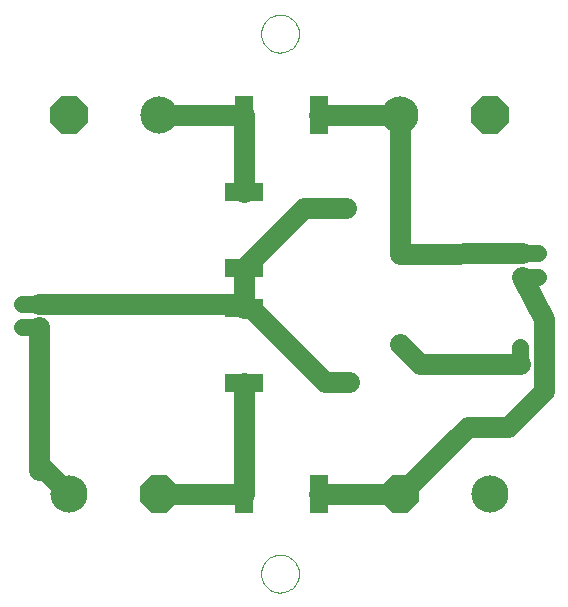
<source format=gtl>
G75*
G70*
%OFA0B0*%
%FSLAX24Y24*%
%IPPOS*%
%LPD*%
%AMOC8*
5,1,8,0,0,1.08239X$1,22.5*
%
%ADD10C,0.0000*%
%ADD11C,0.0555*%
%ADD12OC8,0.0560*%
%ADD13OC8,0.1240*%
%ADD14C,0.1240*%
%ADD15R,0.1260X0.0600*%
%ADD16R,0.0600X0.1260*%
%ADD17C,0.0700*%
%ADD18C,0.0436*%
D10*
X009550Y001180D02*
X009552Y001230D01*
X009558Y001280D01*
X009568Y001329D01*
X009582Y001377D01*
X009599Y001424D01*
X009620Y001469D01*
X009645Y001513D01*
X009673Y001554D01*
X009705Y001593D01*
X009739Y001630D01*
X009776Y001664D01*
X009816Y001694D01*
X009858Y001721D01*
X009902Y001745D01*
X009948Y001766D01*
X009995Y001782D01*
X010043Y001795D01*
X010093Y001804D01*
X010142Y001809D01*
X010193Y001810D01*
X010243Y001807D01*
X010292Y001800D01*
X010341Y001789D01*
X010389Y001774D01*
X010435Y001756D01*
X010480Y001734D01*
X010523Y001708D01*
X010564Y001679D01*
X010603Y001647D01*
X010639Y001612D01*
X010671Y001574D01*
X010701Y001534D01*
X010728Y001491D01*
X010751Y001447D01*
X010770Y001401D01*
X010786Y001353D01*
X010798Y001304D01*
X010806Y001255D01*
X010810Y001205D01*
X010810Y001155D01*
X010806Y001105D01*
X010798Y001056D01*
X010786Y001007D01*
X010770Y000959D01*
X010751Y000913D01*
X010728Y000869D01*
X010701Y000826D01*
X010671Y000786D01*
X010639Y000748D01*
X010603Y000713D01*
X010564Y000681D01*
X010523Y000652D01*
X010480Y000626D01*
X010435Y000604D01*
X010389Y000586D01*
X010341Y000571D01*
X010292Y000560D01*
X010243Y000553D01*
X010193Y000550D01*
X010142Y000551D01*
X010093Y000556D01*
X010043Y000565D01*
X009995Y000578D01*
X009948Y000594D01*
X009902Y000615D01*
X009858Y000639D01*
X009816Y000666D01*
X009776Y000696D01*
X009739Y000730D01*
X009705Y000767D01*
X009673Y000806D01*
X009645Y000847D01*
X009620Y000891D01*
X009599Y000936D01*
X009582Y000983D01*
X009568Y001031D01*
X009558Y001080D01*
X009552Y001130D01*
X009550Y001180D01*
X009550Y019180D02*
X009552Y019230D01*
X009558Y019280D01*
X009568Y019329D01*
X009582Y019377D01*
X009599Y019424D01*
X009620Y019469D01*
X009645Y019513D01*
X009673Y019554D01*
X009705Y019593D01*
X009739Y019630D01*
X009776Y019664D01*
X009816Y019694D01*
X009858Y019721D01*
X009902Y019745D01*
X009948Y019766D01*
X009995Y019782D01*
X010043Y019795D01*
X010093Y019804D01*
X010142Y019809D01*
X010193Y019810D01*
X010243Y019807D01*
X010292Y019800D01*
X010341Y019789D01*
X010389Y019774D01*
X010435Y019756D01*
X010480Y019734D01*
X010523Y019708D01*
X010564Y019679D01*
X010603Y019647D01*
X010639Y019612D01*
X010671Y019574D01*
X010701Y019534D01*
X010728Y019491D01*
X010751Y019447D01*
X010770Y019401D01*
X010786Y019353D01*
X010798Y019304D01*
X010806Y019255D01*
X010810Y019205D01*
X010810Y019155D01*
X010806Y019105D01*
X010798Y019056D01*
X010786Y019007D01*
X010770Y018959D01*
X010751Y018913D01*
X010728Y018869D01*
X010701Y018826D01*
X010671Y018786D01*
X010639Y018748D01*
X010603Y018713D01*
X010564Y018681D01*
X010523Y018652D01*
X010480Y018626D01*
X010435Y018604D01*
X010389Y018586D01*
X010341Y018571D01*
X010292Y018560D01*
X010243Y018553D01*
X010193Y018550D01*
X010142Y018551D01*
X010093Y018556D01*
X010043Y018565D01*
X009995Y018578D01*
X009948Y018594D01*
X009902Y018615D01*
X009858Y018639D01*
X009816Y018666D01*
X009776Y018696D01*
X009739Y018730D01*
X009705Y018767D01*
X009673Y018806D01*
X009645Y018847D01*
X009620Y018891D01*
X009599Y018936D01*
X009582Y018983D01*
X009568Y019031D01*
X009558Y019080D01*
X009552Y019130D01*
X009550Y019180D01*
D11*
X018230Y011867D02*
X018785Y011867D01*
X018785Y011080D02*
X018230Y011080D01*
X018193Y008735D02*
X018193Y008180D01*
X018980Y008180D02*
X018980Y008735D01*
X002130Y009393D02*
X001575Y009393D01*
X001575Y010180D02*
X002130Y010180D01*
D12*
X014190Y008850D03*
X014190Y011850D03*
D13*
X017180Y016480D03*
X014180Y003830D03*
X006130Y003830D03*
X003130Y016480D03*
D14*
X003130Y003830D03*
X006130Y016480D03*
X014180Y016480D03*
X017180Y003830D03*
D15*
X008980Y007520D03*
X008980Y010040D03*
X008980Y011370D03*
X008980Y013890D03*
D16*
X008970Y016480D03*
X011490Y016480D03*
X011490Y003830D03*
X008970Y003830D03*
D17*
X006130Y003830D01*
X008970Y003830D02*
X008980Y003830D01*
X008980Y007520D01*
X008980Y010030D02*
X008980Y010040D01*
X008980Y010180D01*
X002130Y010180D01*
X002130Y009393D02*
X002130Y004630D01*
X002330Y004630D01*
X003130Y003830D01*
X008980Y010040D02*
X009220Y010040D01*
X011680Y007580D01*
X012480Y007580D01*
X014190Y008850D02*
X014860Y008180D01*
X018193Y008180D01*
X018980Y008180D02*
X018980Y007280D01*
X017780Y006080D01*
X016430Y006080D01*
X014180Y003830D01*
X011490Y003830D01*
X008980Y010180D02*
X008980Y011370D01*
X010990Y013380D01*
X012380Y013380D01*
X014190Y011850D02*
X014190Y016480D01*
X014180Y016480D01*
X011490Y016480D01*
X008980Y016480D02*
X008980Y013890D01*
X008980Y016480D02*
X008970Y016480D01*
X006130Y016480D01*
X014190Y011850D02*
X018230Y011867D01*
X018230Y011080D02*
X018980Y009680D01*
X018980Y008180D01*
D18*
X012480Y007580D03*
X012380Y013380D03*
M02*

</source>
